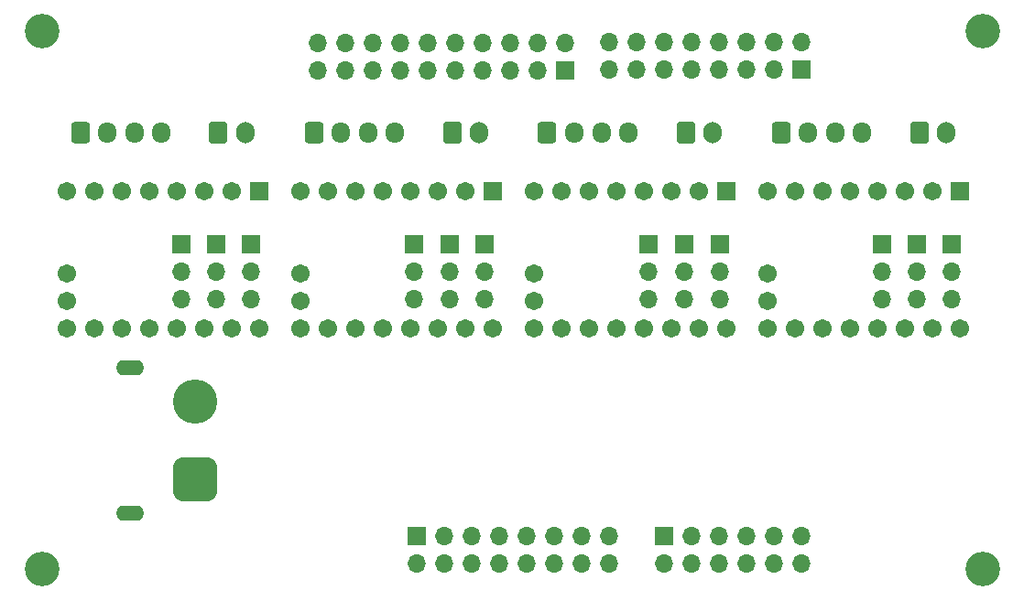
<source format=gbr>
%TF.GenerationSoftware,KiCad,Pcbnew,8.0.1*%
%TF.CreationDate,2024-04-25T12:31:50+02:00*%
%TF.ProjectId,Schrittmotortreiber_Traegerboard,53636872-6974-4746-9d6f-746f72747265,rev?*%
%TF.SameCoordinates,Original*%
%TF.FileFunction,Soldermask,Bot*%
%TF.FilePolarity,Negative*%
%FSLAX46Y46*%
G04 Gerber Fmt 4.6, Leading zero omitted, Abs format (unit mm)*
G04 Created by KiCad (PCBNEW 8.0.1) date 2024-04-25 12:31:50*
%MOMM*%
%LPD*%
G01*
G04 APERTURE LIST*
G04 Aperture macros list*
%AMRoundRect*
0 Rectangle with rounded corners*
0 $1 Rounding radius*
0 $2 $3 $4 $5 $6 $7 $8 $9 X,Y pos of 4 corners*
0 Add a 4 corners polygon primitive as box body*
4,1,4,$2,$3,$4,$5,$6,$7,$8,$9,$2,$3,0*
0 Add four circle primitives for the rounded corners*
1,1,$1+$1,$2,$3*
1,1,$1+$1,$4,$5*
1,1,$1+$1,$6,$7*
1,1,$1+$1,$8,$9*
0 Add four rect primitives between the rounded corners*
20,1,$1+$1,$2,$3,$4,$5,0*
20,1,$1+$1,$4,$5,$6,$7,0*
20,1,$1+$1,$6,$7,$8,$9,0*
20,1,$1+$1,$8,$9,$2,$3,0*%
G04 Aperture macros list end*
%ADD10C,3.200000*%
%ADD11R,1.700000X1.700000*%
%ADD12O,1.700000X1.700000*%
%ADD13RoundRect,0.102000X-0.754000X0.754000X-0.754000X-0.754000X0.754000X-0.754000X0.754000X0.754000X0*%
%ADD14C,1.712000*%
%ADD15RoundRect,0.250000X-0.600000X-0.750000X0.600000X-0.750000X0.600000X0.750000X-0.600000X0.750000X0*%
%ADD16O,1.700000X2.000000*%
%ADD17O,2.604000X1.404000*%
%ADD18RoundRect,1.025000X1.025000X-1.025000X1.025000X1.025000X-1.025000X1.025000X-1.025000X-1.025000X0*%
%ADD19C,4.100000*%
%ADD20RoundRect,0.250000X-0.600000X-0.725000X0.600000X-0.725000X0.600000X0.725000X-0.600000X0.725000X0*%
%ADD21O,1.700000X1.950000*%
G04 APERTURE END LIST*
D10*
%TO.C,H1*%
X87311222Y-70274168D03*
%TD*%
D11*
%TO.C,J17*%
X124998000Y-89931000D03*
D12*
X124998000Y-92471000D03*
X124998000Y-95011000D03*
%TD*%
D10*
%TO.C,H3*%
X87311222Y-120058168D03*
%TD*%
D13*
%TO.C,U2*%
X150622000Y-85080000D03*
D14*
X148082000Y-85080000D03*
X145542000Y-85080000D03*
X143002000Y-85080000D03*
X140462000Y-85080000D03*
X137922000Y-85080000D03*
X135382000Y-85080000D03*
X132842000Y-85080000D03*
X150622000Y-97780000D03*
X148082000Y-97780000D03*
X145542000Y-97780000D03*
X143002000Y-97780000D03*
X140462000Y-97780000D03*
X137922000Y-97780000D03*
X135382000Y-97780000D03*
X132842000Y-97780000D03*
X132842000Y-92700000D03*
X132842000Y-95240000D03*
%TD*%
D15*
%TO.C,J14*%
X146832000Y-79602000D03*
D16*
X149332000Y-79602000D03*
%TD*%
D11*
%TO.C,J8*%
X164947600Y-89931000D03*
D12*
X164947600Y-92471000D03*
X164947600Y-95011000D03*
%TD*%
D11*
%TO.C,J6*%
X171450000Y-89931000D03*
D12*
X171450000Y-92471000D03*
X171450000Y-95011000D03*
%TD*%
D17*
%TO.C,J5*%
X95498400Y-114896400D03*
D18*
X101498400Y-111746400D03*
D17*
X95498400Y-101396400D03*
D19*
X101498400Y-104546400D03*
%TD*%
D11*
%TO.C,J18*%
X121746800Y-89931000D03*
D12*
X121746800Y-92471000D03*
X121746800Y-95011000D03*
%TD*%
D11*
%TO.C,J7*%
X168198800Y-89931000D03*
D12*
X168198800Y-92471000D03*
X168198800Y-95011000D03*
%TD*%
D11*
%TO.C,J11*%
X149961600Y-89931000D03*
D12*
X149961600Y-92471000D03*
X149961600Y-95011000D03*
%TD*%
D15*
%TO.C,J24*%
X103632000Y-79619000D03*
D16*
X106132000Y-79619000D03*
%TD*%
D20*
%TO.C,J20*%
X112455000Y-79602000D03*
D21*
X114955000Y-79602000D03*
X117455000Y-79602000D03*
X119955000Y-79602000D03*
%TD*%
D11*
%TO.C,J16*%
X128270000Y-89931000D03*
D12*
X128270000Y-92471000D03*
X128270000Y-95011000D03*
%TD*%
D11*
%TO.C,J21*%
X106680000Y-89931000D03*
D12*
X106680000Y-92471000D03*
X106680000Y-95011000D03*
%TD*%
D11*
%TO.C,J23*%
X100177600Y-89931000D03*
D12*
X100177600Y-92471000D03*
X100177600Y-95011000D03*
%TD*%
D20*
%TO.C,J10*%
X155635000Y-79602000D03*
D21*
X158135000Y-79602000D03*
X160635000Y-79602000D03*
X163135000Y-79602000D03*
%TD*%
D20*
%TO.C,J25*%
X90865000Y-79602000D03*
D21*
X93365000Y-79602000D03*
X95865000Y-79602000D03*
X98365000Y-79602000D03*
%TD*%
D13*
%TO.C,U1*%
X172212000Y-85080000D03*
D14*
X169672000Y-85080000D03*
X167132000Y-85080000D03*
X164592000Y-85080000D03*
X162052000Y-85080000D03*
X159512000Y-85080000D03*
X156972000Y-85080000D03*
X154432000Y-85080000D03*
X172212000Y-97780000D03*
X169672000Y-97780000D03*
X167132000Y-97780000D03*
X164592000Y-97780000D03*
X162052000Y-97780000D03*
X159512000Y-97780000D03*
X156972000Y-97780000D03*
X154432000Y-97780000D03*
X154432000Y-92700000D03*
X154432000Y-95240000D03*
%TD*%
D11*
%TO.C,J13*%
X143357600Y-89931000D03*
D12*
X143357600Y-92471000D03*
X143357600Y-95011000D03*
%TD*%
D20*
%TO.C,J15*%
X134039600Y-79610400D03*
D21*
X136539600Y-79610400D03*
X139039600Y-79610400D03*
X141539600Y-79610400D03*
%TD*%
D10*
%TO.C,H2*%
X174306222Y-70274168D03*
%TD*%
D13*
%TO.C,U4*%
X107442000Y-85085000D03*
D14*
X104902000Y-85085000D03*
X102362000Y-85085000D03*
X99822000Y-85085000D03*
X97282000Y-85085000D03*
X94742000Y-85085000D03*
X92202000Y-85085000D03*
X89662000Y-85085000D03*
X107442000Y-97785000D03*
X104902000Y-97785000D03*
X102362000Y-97785000D03*
X99822000Y-97785000D03*
X97282000Y-97785000D03*
X94742000Y-97785000D03*
X92202000Y-97785000D03*
X89662000Y-97785000D03*
X89662000Y-92705000D03*
X89662000Y-95245000D03*
%TD*%
D10*
%TO.C,H4*%
X174306222Y-120058168D03*
%TD*%
D15*
%TO.C,J9*%
X168422000Y-79602000D03*
D16*
X170922000Y-79602000D03*
%TD*%
D15*
%TO.C,J19*%
X125242000Y-79602000D03*
D16*
X127742000Y-79602000D03*
%TD*%
D13*
%TO.C,U3*%
X129032000Y-85090000D03*
D14*
X126492000Y-85090000D03*
X123952000Y-85090000D03*
X121412000Y-85090000D03*
X118872000Y-85090000D03*
X116332000Y-85090000D03*
X113792000Y-85090000D03*
X111252000Y-85090000D03*
X129032000Y-97790000D03*
X126492000Y-97790000D03*
X123952000Y-97790000D03*
X121412000Y-97790000D03*
X118872000Y-97790000D03*
X116332000Y-97790000D03*
X113792000Y-97790000D03*
X111252000Y-97790000D03*
X111252000Y-92710000D03*
X111252000Y-95250000D03*
%TD*%
D11*
%TO.C,J12*%
X146659600Y-89931000D03*
D12*
X146659600Y-92471000D03*
X146659600Y-95011000D03*
%TD*%
D11*
%TO.C,J22*%
X103428800Y-89931000D03*
D12*
X103428800Y-92471000D03*
X103428800Y-95011000D03*
%TD*%
D11*
%TO.C,J4*%
X144843222Y-117005168D03*
D12*
X144843222Y-119545168D03*
X147383222Y-117005168D03*
X147383222Y-119545168D03*
X149923222Y-117005168D03*
X149923222Y-119545168D03*
X152463222Y-117005168D03*
X152463222Y-119545168D03*
X155003222Y-117005168D03*
X155003222Y-119545168D03*
X157543222Y-117005168D03*
X157543222Y-119545168D03*
%TD*%
D11*
%TO.C,J2*%
X135693222Y-73835168D03*
D12*
X135693222Y-71295168D03*
X133153222Y-73835168D03*
X133153222Y-71295168D03*
X130613222Y-73835168D03*
X130613222Y-71295168D03*
X128073222Y-73835168D03*
X128073222Y-71295168D03*
X125533222Y-73835168D03*
X125533222Y-71295168D03*
X122993222Y-73835168D03*
X122993222Y-71295168D03*
X120453222Y-73835168D03*
X120453222Y-71295168D03*
X117913222Y-73835168D03*
X117913222Y-71295168D03*
X115373222Y-73835168D03*
X115373222Y-71295168D03*
X112833222Y-73835168D03*
X112833222Y-71295168D03*
%TD*%
D11*
%TO.C,J1*%
X157517222Y-73810168D03*
D12*
X157517222Y-71270168D03*
X154977222Y-73810168D03*
X154977222Y-71270168D03*
X152437222Y-73810168D03*
X152437222Y-71270168D03*
X149897222Y-73810168D03*
X149897222Y-71270168D03*
X147357222Y-73810168D03*
X147357222Y-71270168D03*
X144817222Y-73810168D03*
X144817222Y-71270168D03*
X142277222Y-73810168D03*
X142277222Y-71270168D03*
X139737222Y-73810168D03*
X139737222Y-71270168D03*
%TD*%
D11*
%TO.C,J3*%
X121997222Y-117005168D03*
D12*
X121997222Y-119545168D03*
X124537222Y-117005168D03*
X124537222Y-119545168D03*
X127077222Y-117005168D03*
X127077222Y-119545168D03*
X129617222Y-117005168D03*
X129617222Y-119545168D03*
X132157222Y-117005168D03*
X132157222Y-119545168D03*
X134697222Y-117005168D03*
X134697222Y-119545168D03*
X137237222Y-117005168D03*
X137237222Y-119545168D03*
X139777222Y-117005168D03*
X139777222Y-119545168D03*
%TD*%
M02*

</source>
